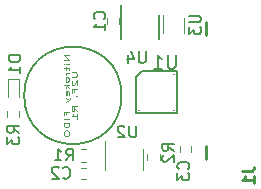
<source format=gbo>
G04 #@! TF.FileFunction,Legend,Bot*
%FSLAX46Y46*%
G04 Gerber Fmt 4.6, Leading zero omitted, Abs format (unit mm)*
G04 Created by KiCad (PCBNEW 4.0.2+dfsg1-stable) date Do 15 Jun 2017 09:10:39 CEST*
%MOMM*%
G01*
G04 APERTURE LIST*
%ADD10C,0.150000*%
%ADD11C,0.099060*%
%ADD12C,0.254000*%
%ADD13C,0.120000*%
%ADD14C,0.250000*%
%ADD15C,0.304800*%
G04 APERTURE END LIST*
D10*
D11*
X-6723276Y2946498D02*
X-7122056Y2946498D01*
X-6723276Y2546498D01*
X-7122056Y2546498D01*
X-6723276Y2213165D02*
X-6989129Y2213165D01*
X-7122056Y2213165D02*
X-7103066Y2246499D01*
X-7084076Y2213165D01*
X-7103066Y2179832D01*
X-7122056Y2213165D01*
X-7084076Y2213165D01*
X-6989129Y1979832D02*
X-6989129Y1713166D01*
X-7122056Y1879832D02*
X-6780244Y1879832D01*
X-6742265Y1846499D01*
X-6723276Y1779832D01*
X-6723276Y1713166D01*
X-6723276Y1479832D02*
X-6989129Y1479832D01*
X-6913171Y1479832D02*
X-6951150Y1446499D01*
X-6970139Y1413166D01*
X-6989129Y1346499D01*
X-6989129Y1279832D01*
X-6723276Y946499D02*
X-6742265Y1013166D01*
X-6761255Y1046499D01*
X-6799234Y1079833D01*
X-6913171Y1079833D01*
X-6951150Y1046499D01*
X-6970139Y1013166D01*
X-6989129Y946499D01*
X-6989129Y846499D01*
X-6970139Y779833D01*
X-6951150Y746499D01*
X-6913171Y713166D01*
X-6799234Y713166D01*
X-6761255Y746499D01*
X-6742265Y779833D01*
X-6723276Y846499D01*
X-6723276Y946499D01*
X-6723276Y413166D02*
X-7122056Y413166D01*
X-6875192Y346500D02*
X-6723276Y146500D01*
X-6989129Y146500D02*
X-6837213Y413166D01*
X-6742265Y-420167D02*
X-6723276Y-353501D01*
X-6723276Y-220167D01*
X-6742265Y-153501D01*
X-6780244Y-120167D01*
X-6932160Y-120167D01*
X-6970139Y-153501D01*
X-6989129Y-220167D01*
X-6989129Y-353501D01*
X-6970139Y-420167D01*
X-6932160Y-453501D01*
X-6894181Y-453501D01*
X-6856202Y-120167D01*
X-6989129Y-686834D02*
X-6723276Y-853501D01*
X-6989129Y-1020167D02*
X-6723276Y-853501D01*
X-6628328Y-786834D01*
X-6609338Y-753501D01*
X-6590349Y-686834D01*
X-6932160Y-2053500D02*
X-6932160Y-1820167D01*
X-6723276Y-1820167D02*
X-7122056Y-1820167D01*
X-7122056Y-2153500D01*
X-6723276Y-2420167D02*
X-7122056Y-2420167D01*
X-6723276Y-2753500D02*
X-7122056Y-2753500D01*
X-7122056Y-2920166D01*
X-7103066Y-3020166D01*
X-7065087Y-3086833D01*
X-7027108Y-3120166D01*
X-6951150Y-3153500D01*
X-6894181Y-3153500D01*
X-6818223Y-3120166D01*
X-6780244Y-3086833D01*
X-6742265Y-3020166D01*
X-6723276Y-2920166D01*
X-6723276Y-2753500D01*
X-7122056Y-3586833D02*
X-7122056Y-3720166D01*
X-7103066Y-3786833D01*
X-7065087Y-3853500D01*
X-6989129Y-3886833D01*
X-6856202Y-3886833D01*
X-6780244Y-3853500D01*
X-6742265Y-3786833D01*
X-6723276Y-3720166D01*
X-6723276Y-3586833D01*
X-6742265Y-3520166D01*
X-6780244Y-3453500D01*
X-6856202Y-3420166D01*
X-6989129Y-3420166D01*
X-7065087Y-3453500D01*
X-7103066Y-3520166D01*
X-7122056Y-3586833D01*
X-6464704Y1496499D02*
X-6141882Y1496499D01*
X-6103903Y1463166D01*
X-6084913Y1429833D01*
X-6065924Y1363166D01*
X-6065924Y1229833D01*
X-6084913Y1163166D01*
X-6103903Y1129833D01*
X-6141882Y1096499D01*
X-6464704Y1096499D01*
X-6426724Y796500D02*
X-6445714Y763166D01*
X-6464704Y696500D01*
X-6464704Y529833D01*
X-6445714Y463166D01*
X-6426724Y429833D01*
X-6388745Y396500D01*
X-6350766Y396500D01*
X-6293798Y429833D01*
X-6065924Y829833D01*
X-6065924Y396500D01*
X-6274808Y-136834D02*
X-6274808Y96499D01*
X-6065924Y96499D02*
X-6464704Y96499D01*
X-6464704Y-236834D01*
X-6084913Y-536834D02*
X-6065924Y-536834D01*
X-6027944Y-503501D01*
X-6008955Y-470167D01*
X-6065924Y-1770167D02*
X-6255819Y-1536833D01*
X-6065924Y-1370167D02*
X-6464704Y-1370167D01*
X-6464704Y-1636833D01*
X-6445714Y-1703500D01*
X-6426724Y-1736833D01*
X-6388745Y-1770167D01*
X-6331777Y-1770167D01*
X-6293798Y-1736833D01*
X-6274808Y-1703500D01*
X-6255819Y-1636833D01*
X-6255819Y-1370167D01*
X-6065924Y-2436833D02*
X-6065924Y-2036833D01*
X-6065924Y-2236833D02*
X-6464704Y-2236833D01*
X-6407735Y-2170167D01*
X-6369756Y-2103500D01*
X-6350766Y-2036833D01*
D10*
X950000Y6396500D02*
X950000Y4296500D01*
X-2300000Y7171500D02*
X-2300000Y4296500D01*
X-2255534Y-453500D02*
G75*
G03X-2255534Y-453500I-4119466J0D01*
G01*
D12*
X4899020Y4683010D02*
X4899020Y5782830D01*
X4899020Y-4714990D02*
X4899020Y-5814810D01*
D13*
X-2505000Y6096500D02*
X-2505000Y5596500D01*
X-3445000Y5596500D02*
X-3445000Y6096500D01*
X-465000Y-4953500D02*
X-465000Y-6753500D01*
X-3685000Y-6753500D02*
X-3685000Y-4303500D01*
X-5725000Y-6583500D02*
X-5225000Y-6583500D01*
X-5225000Y-7523500D02*
X-5725000Y-7523500D01*
D10*
X-1025000Y-1903500D02*
X-1025000Y1096500D01*
X-1025000Y1096500D02*
X-525000Y1596500D01*
X-525000Y1596500D02*
X2475000Y1596500D01*
X2475000Y1596500D02*
X2475000Y-1903500D01*
X2475000Y-1903500D02*
X-1025000Y-1903500D01*
X-775000Y1346500D02*
X-775000Y1346500D01*
X-775000Y-1653500D02*
X-775000Y-1653500D01*
X-775000Y-1653500D02*
X-775000Y-1653500D01*
X2225000Y1346500D02*
X2225000Y1346500D01*
X2225000Y1346500D02*
X2225000Y1346500D01*
X2225000Y-1653500D02*
X2225000Y-1653500D01*
X2225000Y-1653500D02*
X2225000Y-1653500D01*
D13*
X3025000Y4796500D02*
X3025000Y6096500D01*
X1225000Y6346500D02*
X1225000Y4796500D01*
X2655000Y-5203500D02*
X2655000Y-4703500D01*
X3595000Y-4703500D02*
X3595000Y-5203500D01*
X-11825000Y896500D02*
X-10925000Y896500D01*
X-10925000Y896500D02*
X-10925000Y-553500D01*
X-11825000Y896500D02*
X-11825000Y-553500D01*
X-5225000Y-6083500D02*
X-5725000Y-6083500D01*
X-5725000Y-5023500D02*
X-5225000Y-5023500D01*
X1005000Y-5453500D02*
X1005000Y-5953500D01*
X-55000Y-5953500D02*
X-55000Y-5453500D01*
X-11955000Y-2303500D02*
X-11955000Y-1803500D01*
X-10895000Y-1803500D02*
X-10895000Y-2303500D01*
D10*
X-213095Y3294119D02*
X-213095Y2484595D01*
X-260714Y2389357D01*
X-308333Y2341738D01*
X-403571Y2294119D01*
X-594048Y2294119D01*
X-689286Y2341738D01*
X-736905Y2389357D01*
X-784524Y2484595D01*
X-784524Y3294119D01*
X-1689286Y2960786D02*
X-1689286Y2294119D01*
X-1451190Y3341738D02*
X-1213095Y2627452D01*
X-1832143Y2627452D01*
D14*
X7952381Y-6870167D02*
X8666667Y-6870167D01*
X8809524Y-6822547D01*
X8904762Y-6727309D01*
X8952381Y-6584452D01*
X8952381Y-6489214D01*
X8952381Y-7870167D02*
X8952381Y-7298738D01*
X8952381Y-7584452D02*
X7952381Y-7584452D01*
X8095238Y-7489214D01*
X8190476Y-7393976D01*
X8238095Y-7298738D01*
D15*
D10*
X-3717857Y6013166D02*
X-3670238Y6060785D01*
X-3622619Y6203642D01*
X-3622619Y6298880D01*
X-3670238Y6441738D01*
X-3765476Y6536976D01*
X-3860714Y6584595D01*
X-4051190Y6632214D01*
X-4194048Y6632214D01*
X-4384524Y6584595D01*
X-4479762Y6536976D01*
X-4575000Y6441738D01*
X-4622619Y6298880D01*
X-4622619Y6203642D01*
X-4575000Y6060785D01*
X-4527381Y6013166D01*
X-3622619Y5060785D02*
X-3622619Y5632214D01*
X-3622619Y5346500D02*
X-4622619Y5346500D01*
X-4479762Y5441738D01*
X-4384524Y5536976D01*
X-4336905Y5632214D01*
X-1013095Y-3005881D02*
X-1013095Y-3815405D01*
X-1060714Y-3910643D01*
X-1108333Y-3958262D01*
X-1203571Y-4005881D01*
X-1394048Y-4005881D01*
X-1489286Y-3958262D01*
X-1536905Y-3910643D01*
X-1584524Y-3815405D01*
X-1584524Y-3005881D01*
X-2013095Y-3101119D02*
X-2060714Y-3053500D01*
X-2155952Y-3005881D01*
X-2394048Y-3005881D01*
X-2489286Y-3053500D01*
X-2536905Y-3101119D01*
X-2584524Y-3196357D01*
X-2584524Y-3291595D01*
X-2536905Y-3434452D01*
X-1965476Y-4005881D01*
X-2584524Y-4005881D01*
X-7208334Y-7410643D02*
X-7160715Y-7458262D01*
X-7017858Y-7505881D01*
X-6922620Y-7505881D01*
X-6779762Y-7458262D01*
X-6684524Y-7363024D01*
X-6636905Y-7267786D01*
X-6589286Y-7077310D01*
X-6589286Y-6934452D01*
X-6636905Y-6743976D01*
X-6684524Y-6648738D01*
X-6779762Y-6553500D01*
X-6922620Y-6505881D01*
X-7017858Y-6505881D01*
X-7160715Y-6553500D01*
X-7208334Y-6601119D01*
X-7589286Y-6601119D02*
X-7636905Y-6553500D01*
X-7732143Y-6505881D01*
X-7970239Y-6505881D01*
X-8065477Y-6553500D01*
X-8113096Y-6601119D01*
X-8160715Y-6696357D01*
X-8160715Y-6791595D01*
X-8113096Y-6934452D01*
X-7541667Y-7505881D01*
X-8160715Y-7505881D01*
X2339286Y3003643D02*
X2339286Y2032214D01*
X2282143Y1917929D01*
X2225000Y1860786D01*
X2110714Y1803643D01*
X1882143Y1803643D01*
X1767857Y1860786D01*
X1710714Y1917929D01*
X1653571Y2032214D01*
X1653571Y3003643D01*
X453571Y1803643D02*
X1139286Y1803643D01*
X796428Y1803643D02*
X796428Y3003643D01*
X910714Y2832214D01*
X1025000Y2717929D01*
X1139286Y2660786D01*
X3477381Y6308405D02*
X4286905Y6308405D01*
X4382143Y6260786D01*
X4429762Y6213167D01*
X4477381Y6117929D01*
X4477381Y5927452D01*
X4429762Y5832214D01*
X4382143Y5784595D01*
X4286905Y5736976D01*
X3477381Y5736976D01*
X3477381Y5356024D02*
X3477381Y4736976D01*
X3858333Y5070310D01*
X3858333Y4927452D01*
X3905952Y4832214D01*
X3953571Y4784595D01*
X4048810Y4736976D01*
X4286905Y4736976D01*
X4382143Y4784595D01*
X4429762Y4832214D01*
X4477381Y4927452D01*
X4477381Y5213167D01*
X4429762Y5308405D01*
X4382143Y5356024D01*
X3382143Y-6686834D02*
X3429762Y-6639215D01*
X3477381Y-6496358D01*
X3477381Y-6401120D01*
X3429762Y-6258262D01*
X3334524Y-6163024D01*
X3239286Y-6115405D01*
X3048810Y-6067786D01*
X2905952Y-6067786D01*
X2715476Y-6115405D01*
X2620238Y-6163024D01*
X2525000Y-6258262D01*
X2477381Y-6401120D01*
X2477381Y-6496358D01*
X2525000Y-6639215D01*
X2572619Y-6686834D01*
X2477381Y-7020167D02*
X2477381Y-7639215D01*
X2858333Y-7305881D01*
X2858333Y-7448739D01*
X2905952Y-7543977D01*
X2953571Y-7591596D01*
X3048810Y-7639215D01*
X3286905Y-7639215D01*
X3382143Y-7591596D01*
X3429762Y-7543977D01*
X3477381Y-7448739D01*
X3477381Y-7163024D01*
X3429762Y-7067786D01*
X3382143Y-7020167D01*
X-10822619Y2934595D02*
X-11822619Y2934595D01*
X-11822619Y2696500D01*
X-11775000Y2553642D01*
X-11679762Y2458404D01*
X-11584524Y2410785D01*
X-11394048Y2363166D01*
X-11251190Y2363166D01*
X-11060714Y2410785D01*
X-10965476Y2458404D01*
X-10870238Y2553642D01*
X-10822619Y2696500D01*
X-10822619Y2934595D01*
X-10822619Y1410785D02*
X-10822619Y1982214D01*
X-10822619Y1696500D02*
X-11822619Y1696500D01*
X-11679762Y1791738D01*
X-11584524Y1886976D01*
X-11536905Y1982214D01*
X-6958334Y-5955881D02*
X-6625000Y-5479690D01*
X-6386905Y-5955881D02*
X-6386905Y-4955881D01*
X-6767858Y-4955881D01*
X-6863096Y-5003500D01*
X-6910715Y-5051119D01*
X-6958334Y-5146357D01*
X-6958334Y-5289214D01*
X-6910715Y-5384452D01*
X-6863096Y-5432071D01*
X-6767858Y-5479690D01*
X-6386905Y-5479690D01*
X-7910715Y-5955881D02*
X-7339286Y-5955881D01*
X-7625000Y-5955881D02*
X-7625000Y-4955881D01*
X-7529762Y-5098738D01*
X-7434524Y-5193976D01*
X-7339286Y-5241595D01*
X2177381Y-5136834D02*
X1701190Y-4803500D01*
X2177381Y-4565405D02*
X1177381Y-4565405D01*
X1177381Y-4946358D01*
X1225000Y-5041596D01*
X1272619Y-5089215D01*
X1367857Y-5136834D01*
X1510714Y-5136834D01*
X1605952Y-5089215D01*
X1653571Y-5041596D01*
X1701190Y-4946358D01*
X1701190Y-4565405D01*
X1272619Y-5517786D02*
X1225000Y-5565405D01*
X1177381Y-5660643D01*
X1177381Y-5898739D01*
X1225000Y-5993977D01*
X1272619Y-6041596D01*
X1367857Y-6089215D01*
X1463095Y-6089215D01*
X1605952Y-6041596D01*
X2177381Y-5470167D01*
X2177381Y-6089215D01*
X-10922619Y-3636834D02*
X-11398810Y-3303500D01*
X-10922619Y-3065405D02*
X-11922619Y-3065405D01*
X-11922619Y-3446358D01*
X-11875000Y-3541596D01*
X-11827381Y-3589215D01*
X-11732143Y-3636834D01*
X-11589286Y-3636834D01*
X-11494048Y-3589215D01*
X-11446429Y-3541596D01*
X-11398810Y-3446358D01*
X-11398810Y-3065405D01*
X-11922619Y-3970167D02*
X-11922619Y-4589215D01*
X-11541667Y-4255881D01*
X-11541667Y-4398739D01*
X-11494048Y-4493977D01*
X-11446429Y-4541596D01*
X-11351190Y-4589215D01*
X-11113095Y-4589215D01*
X-11017857Y-4541596D01*
X-10970238Y-4493977D01*
X-10922619Y-4398739D01*
X-10922619Y-4113024D01*
X-10970238Y-4017786D01*
X-11017857Y-3970167D01*
M02*

</source>
